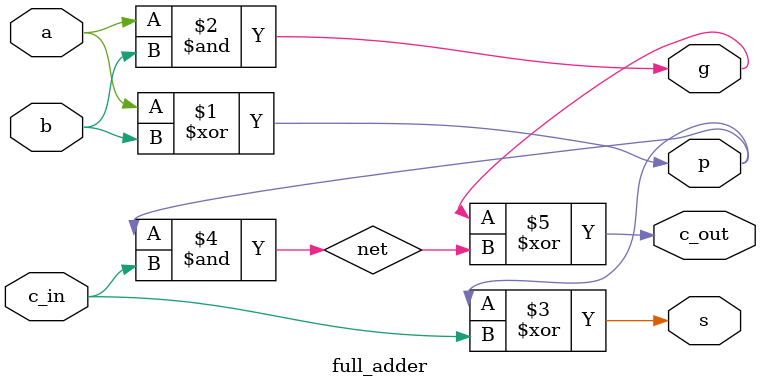
<source format=v>
module full_adder(input a,
                  input b,
                  input c_in,
                  output s,
                  output p,
                  output g,
                  output c_out);

    wire net;

    xor (p, a, b);
    and (g, a, b);
    xor (s, p, c_in);
    and (net, p, c_in);
    xor (c_out, g, net);

endmodule

</source>
